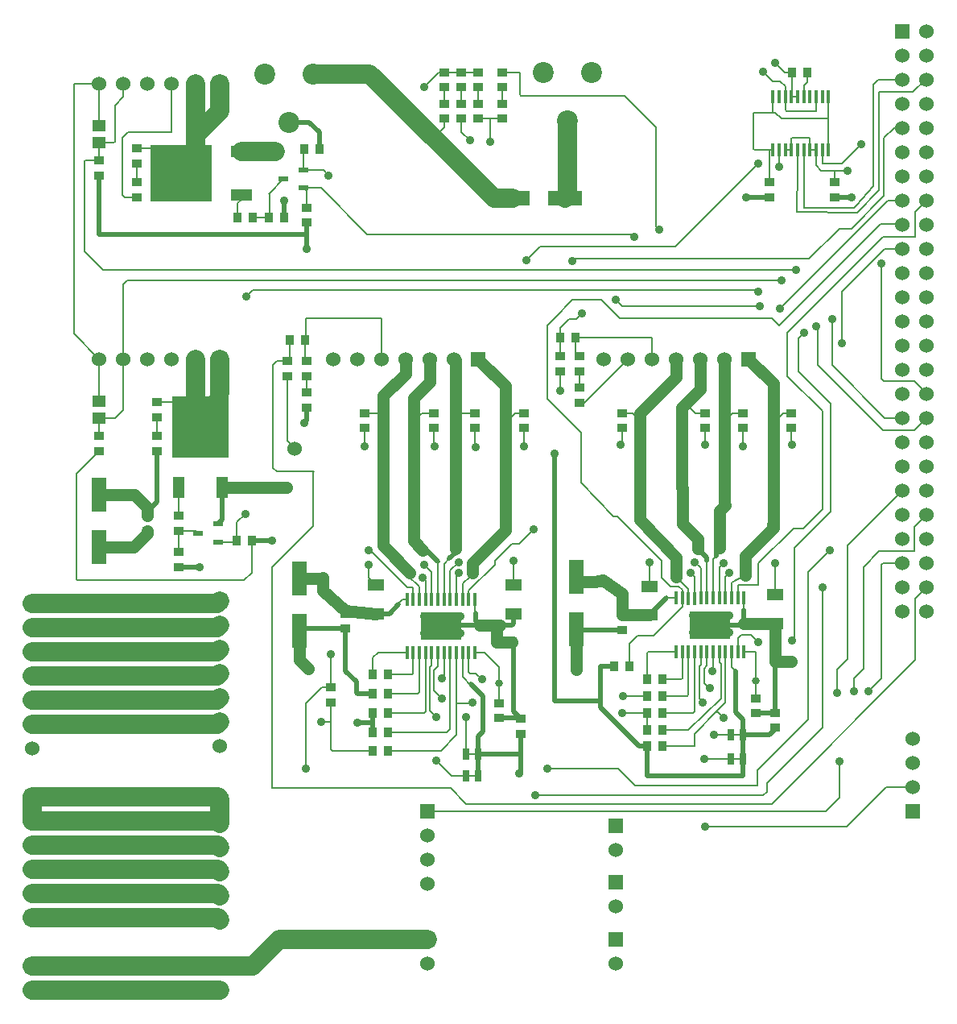
<source format=gtl>
G04 (created by PCBNEW (2013-mar-13)-testing) date Wed 17 Dec 2014 15:15:46 GMT*
%MOIN*%
G04 Gerber Fmt 3.4, Leading zero omitted, Abs format*
%FSLAX34Y34*%
G01*
G70*
G90*
G04 APERTURE LIST*
%ADD10C,0.005906*%
%ADD11R,0.090600X0.051200*%
%ADD12R,0.255900X0.232300*%
%ADD13C,0.031500*%
%ADD14R,0.016500X0.057900*%
%ADD15C,0.060000*%
%ADD16R,0.039400X0.023600*%
%ADD17R,0.025000X0.050000*%
%ADD18R,0.070900X0.045300*%
%ADD19R,0.037400X0.039400*%
%ADD20R,0.039400X0.037400*%
%ADD21R,0.060000X0.060000*%
%ADD22R,0.051200X0.090600*%
%ADD23R,0.232300X0.255900*%
%ADD24R,0.141700X0.063000*%
%ADD25R,0.063000X0.141700*%
%ADD26R,0.057100X0.045300*%
%ADD27C,0.086600*%
%ADD28R,0.170100X0.118100*%
%ADD29C,0.035400*%
%ADD30C,0.035000*%
%ADD31C,0.008000*%
%ADD32C,0.019800*%
%ADD33C,0.078740*%
%ADD34C,0.048800*%
%ADD35C,0.019700*%
G04 APERTURE END LIST*
G54D10*
G54D11*
X41500Y-26400D03*
G54D12*
X39000Y-25500D03*
G54D11*
X41500Y-24600D03*
G54D13*
X52150Y-46600D03*
X62800Y-46500D03*
G54D14*
X64522Y-24552D03*
X64778Y-24552D03*
X65034Y-24552D03*
X65290Y-24552D03*
X63758Y-22350D03*
X63754Y-24552D03*
X64010Y-24552D03*
X64266Y-24552D03*
X65546Y-22348D03*
X65290Y-22348D03*
X65034Y-22348D03*
X64778Y-22348D03*
X64522Y-22348D03*
X64266Y-22348D03*
X65546Y-24552D03*
X64010Y-22350D03*
X63498Y-24552D03*
X65802Y-24552D03*
X65802Y-22348D03*
X63498Y-22348D03*
G54D15*
X43708Y-36904D03*
G54D16*
X40516Y-40775D03*
X39684Y-40400D03*
X40516Y-40025D03*
X44066Y-26125D03*
X43234Y-25750D03*
X44066Y-25375D03*
G54D17*
X50800Y-49550D03*
X51300Y-49550D03*
X62250Y-48750D03*
X61750Y-48750D03*
X62250Y-49750D03*
X61750Y-49750D03*
X50800Y-50450D03*
X51300Y-50450D03*
G54D18*
X52750Y-42559D03*
X52750Y-43741D03*
X47050Y-42559D03*
X47050Y-43741D03*
X63600Y-42959D03*
X63600Y-44141D03*
X58400Y-42609D03*
X58400Y-43791D03*
G54D19*
X54685Y-32300D03*
X55315Y-32300D03*
X47565Y-48650D03*
X46935Y-48650D03*
X43485Y-32400D03*
X44115Y-32400D03*
X64285Y-21350D03*
X64915Y-21350D03*
X41965Y-27350D03*
X41335Y-27350D03*
G54D20*
X35600Y-25615D03*
X35600Y-24985D03*
X35600Y-37015D03*
X35600Y-36385D03*
X37150Y-25885D03*
X37150Y-26515D03*
X38000Y-36385D03*
X38000Y-37015D03*
X38900Y-41815D03*
X38900Y-41185D03*
X44200Y-26935D03*
X44200Y-27565D03*
G54D19*
X41285Y-40700D03*
X41915Y-40700D03*
G54D20*
X38900Y-40315D03*
X38900Y-39685D03*
G54D19*
X58915Y-48550D03*
X58285Y-48550D03*
X58285Y-49200D03*
X58915Y-49200D03*
X56935Y-45900D03*
X57565Y-45900D03*
G54D20*
X45200Y-47415D03*
X45200Y-46785D03*
G54D19*
X46935Y-49400D03*
X47565Y-49400D03*
X43265Y-27350D03*
X42635Y-27350D03*
G54D20*
X44200Y-34585D03*
X44200Y-35215D03*
X55500Y-34385D03*
X55500Y-35015D03*
X63350Y-26515D03*
X63350Y-25885D03*
G54D21*
X40600Y-43200D03*
G54D15*
X40600Y-44200D03*
X40600Y-45200D03*
X40600Y-46200D03*
X40600Y-47200D03*
X40600Y-48200D03*
X40600Y-49200D03*
G54D21*
X32829Y-43313D03*
G54D15*
X32829Y-44313D03*
X32829Y-45313D03*
X32829Y-46313D03*
X32829Y-47313D03*
X32829Y-48313D03*
X32829Y-49313D03*
G54D21*
X62500Y-33200D03*
G54D15*
X61500Y-33200D03*
X60500Y-33200D03*
X59500Y-33200D03*
X58500Y-33200D03*
X57500Y-33200D03*
X56500Y-33200D03*
G54D21*
X51300Y-33200D03*
G54D15*
X50300Y-33200D03*
X49300Y-33200D03*
X48300Y-33200D03*
X47300Y-33200D03*
X46300Y-33200D03*
X45300Y-33200D03*
G54D21*
X40600Y-21800D03*
G54D15*
X39600Y-21800D03*
X38600Y-21800D03*
X37600Y-21800D03*
X36600Y-21800D03*
X35600Y-21800D03*
G54D21*
X69300Y-51900D03*
G54D15*
X69300Y-50900D03*
X69300Y-49900D03*
X69300Y-48900D03*
G54D21*
X49200Y-51900D03*
G54D15*
X49200Y-52900D03*
X49200Y-53900D03*
X49200Y-54900D03*
G54D21*
X32829Y-58313D03*
G54D15*
X32829Y-59313D03*
G54D21*
X57000Y-57200D03*
G54D15*
X57000Y-58200D03*
G54D21*
X57000Y-54850D03*
G54D15*
X57000Y-55850D03*
G54D21*
X57000Y-52500D03*
G54D15*
X57000Y-53500D03*
G54D21*
X68874Y-19639D03*
G54D15*
X69874Y-19639D03*
X68874Y-24639D03*
X69874Y-20639D03*
X68874Y-25639D03*
X69874Y-21639D03*
X68874Y-26639D03*
X69874Y-22639D03*
X68874Y-27639D03*
X69874Y-23639D03*
X68874Y-28639D03*
X69874Y-24639D03*
X68874Y-29639D03*
X69874Y-25639D03*
X68874Y-30639D03*
X69874Y-26639D03*
X68874Y-31639D03*
X69874Y-27639D03*
X68874Y-32639D03*
X69874Y-28639D03*
X68874Y-33639D03*
X69874Y-29639D03*
X68874Y-34639D03*
X69874Y-30639D03*
X69874Y-31639D03*
X68874Y-35639D03*
X69874Y-32639D03*
X69874Y-34639D03*
X69874Y-35639D03*
X69874Y-36639D03*
X69874Y-37639D03*
X68874Y-36639D03*
X68874Y-37639D03*
X68874Y-20639D03*
X68874Y-21639D03*
X68874Y-22639D03*
X68874Y-23639D03*
X68874Y-38639D03*
X69874Y-38639D03*
X69874Y-33639D03*
X68874Y-39639D03*
X69874Y-39639D03*
X68874Y-40639D03*
X69874Y-40639D03*
X68874Y-41639D03*
X69874Y-41639D03*
X68874Y-42639D03*
X69874Y-42639D03*
X68874Y-43639D03*
X69874Y-43639D03*
G54D20*
X38000Y-34985D03*
X38000Y-35600D03*
X37150Y-24485D03*
X37150Y-25100D03*
X44200Y-33285D03*
X44200Y-33900D03*
X55500Y-33085D03*
X55500Y-33700D03*
G54D22*
X38900Y-38500D03*
G54D23*
X39800Y-36000D03*
G54D22*
X40700Y-38500D03*
G54D24*
X52717Y-26550D03*
X54883Y-26550D03*
G54D25*
X43900Y-44433D03*
X43900Y-42267D03*
X55350Y-44383D03*
X55350Y-42217D03*
X35600Y-38817D03*
X35600Y-40983D03*
G54D26*
X35600Y-24254D03*
X35600Y-23546D03*
X35600Y-35654D03*
X35600Y-34946D03*
G54D20*
X45800Y-43735D03*
X45800Y-44365D03*
X57250Y-43785D03*
X57250Y-44415D03*
X52150Y-47435D03*
X52150Y-48065D03*
X62800Y-47235D03*
X62800Y-47865D03*
X54700Y-33085D03*
X54700Y-33715D03*
X43400Y-33285D03*
X43400Y-33915D03*
X66050Y-26515D03*
X66050Y-25885D03*
X53050Y-48715D03*
X53050Y-48085D03*
G54D19*
X58915Y-47850D03*
X58285Y-47850D03*
X58915Y-47150D03*
X58285Y-47150D03*
G54D20*
X63600Y-48465D03*
X63600Y-47835D03*
G54D19*
X47565Y-47050D03*
X46935Y-47050D03*
X47565Y-47850D03*
X46935Y-47850D03*
G54D21*
X32829Y-51313D03*
G54D15*
X32829Y-52313D03*
X32829Y-53313D03*
X32829Y-54313D03*
G54D21*
X32829Y-56313D03*
G54D15*
X32829Y-55313D03*
G54D21*
X40600Y-33200D03*
G54D15*
X39600Y-33200D03*
X38600Y-33200D03*
X37600Y-33200D03*
X36600Y-33200D03*
X35600Y-33200D03*
G54D21*
X40600Y-51400D03*
G54D15*
X40600Y-52400D03*
X40600Y-53400D03*
X40600Y-54400D03*
X40600Y-55400D03*
X40600Y-56400D03*
G54D21*
X40600Y-58300D03*
G54D15*
X40600Y-59300D03*
G54D27*
X43450Y-23400D03*
X44450Y-21400D03*
X42450Y-21400D03*
X55000Y-23350D03*
X56000Y-21350D03*
X54000Y-21350D03*
G54D20*
X57250Y-35435D03*
X57250Y-36065D03*
X60700Y-36065D03*
X60700Y-35435D03*
X62250Y-35435D03*
X62250Y-36065D03*
X64250Y-36065D03*
X64250Y-35435D03*
X46600Y-35435D03*
X46600Y-36065D03*
X49450Y-36065D03*
X49450Y-35435D03*
X51150Y-35435D03*
X51150Y-36065D03*
X53200Y-36065D03*
X53200Y-35435D03*
G54D19*
X46935Y-46250D03*
X47565Y-46250D03*
X58285Y-46450D03*
X58915Y-46450D03*
G54D20*
X37600Y-39685D03*
X37600Y-40315D03*
G54D19*
X44715Y-24500D03*
X44085Y-24500D03*
G54D14*
X49622Y-45352D03*
X49878Y-45352D03*
X50134Y-45352D03*
X50390Y-45352D03*
X48858Y-43150D03*
X48854Y-45352D03*
X49110Y-45352D03*
X49366Y-45352D03*
X50646Y-43148D03*
X50390Y-43148D03*
X50134Y-43148D03*
X49878Y-43148D03*
X49622Y-43148D03*
X49366Y-43148D03*
X50646Y-45352D03*
X49110Y-43150D03*
X48598Y-45352D03*
X50902Y-45352D03*
X50902Y-43148D03*
X48598Y-43148D03*
X48343Y-45352D03*
X51157Y-45352D03*
X51157Y-43148D03*
X48343Y-43148D03*
G54D28*
X49750Y-44250D03*
G54D29*
X49050Y-43850D03*
X49550Y-43850D03*
X50050Y-43850D03*
X50550Y-43850D03*
X49300Y-44200D03*
X49800Y-44200D03*
X50300Y-44200D03*
X49050Y-44550D03*
X49550Y-44550D03*
X50050Y-44550D03*
X50550Y-44550D03*
G54D14*
X60772Y-45302D03*
X61028Y-45302D03*
X61284Y-45302D03*
X61540Y-45302D03*
X60008Y-43100D03*
X60004Y-45302D03*
X60260Y-45302D03*
X60516Y-45302D03*
X61796Y-43098D03*
X61540Y-43098D03*
X61284Y-43098D03*
X61028Y-43098D03*
X60772Y-43098D03*
X60516Y-43098D03*
X61796Y-45302D03*
X60260Y-43100D03*
X59748Y-45302D03*
X62052Y-45302D03*
X62052Y-43098D03*
X59748Y-43098D03*
X59493Y-45302D03*
X62307Y-45302D03*
X62307Y-43098D03*
X59493Y-43098D03*
G54D28*
X60900Y-44200D03*
G54D29*
X60200Y-43800D03*
X60700Y-43800D03*
X61200Y-43800D03*
X61700Y-43800D03*
X60450Y-44150D03*
X60950Y-44150D03*
X61450Y-44150D03*
X60200Y-44500D03*
X60700Y-44500D03*
X61200Y-44500D03*
X61700Y-44500D03*
G54D21*
X49200Y-57200D03*
G54D15*
X49200Y-58200D03*
G54D20*
X49900Y-21335D03*
X49900Y-21950D03*
X50600Y-21335D03*
X50600Y-21950D03*
X51300Y-21335D03*
X51300Y-21950D03*
X52300Y-21335D03*
X52300Y-21950D03*
X49900Y-22635D03*
X49900Y-23265D03*
X50600Y-22635D03*
X50600Y-23265D03*
X51300Y-22635D03*
X51300Y-23265D03*
X52300Y-22635D03*
X52300Y-23265D03*
G54D30*
X51800Y-24200D03*
X53000Y-50350D03*
X44800Y-48200D03*
X49550Y-49800D03*
X49550Y-48000D03*
X50800Y-48000D03*
X49800Y-47250D03*
X42750Y-40700D03*
X61050Y-48750D03*
X60900Y-46800D03*
X60650Y-49750D03*
X60600Y-47400D03*
X66750Y-26500D03*
X62400Y-26500D03*
X63600Y-20950D03*
X44100Y-35850D03*
X44200Y-28650D03*
X54450Y-37100D03*
X50950Y-24150D03*
X39750Y-41800D03*
X43250Y-26650D03*
X65300Y-31850D03*
X63850Y-29950D03*
X66150Y-47000D03*
X66250Y-49850D03*
X65550Y-42650D03*
X53650Y-51250D03*
X65950Y-31550D03*
X64450Y-29500D03*
X55600Y-31300D03*
X55200Y-29150D03*
X57750Y-28150D03*
X67150Y-24300D03*
X63800Y-31100D03*
X62900Y-44900D03*
X64300Y-44850D03*
X64800Y-32100D03*
X53600Y-40250D03*
X62950Y-31000D03*
X57000Y-30750D03*
X54150Y-50150D03*
X65850Y-41100D03*
X44150Y-50150D03*
X46750Y-41100D03*
X45200Y-45400D03*
X41650Y-39600D03*
X41700Y-30600D03*
X62900Y-30400D03*
X62900Y-25100D03*
X53300Y-29100D03*
X63750Y-25250D03*
X60700Y-52550D03*
X51450Y-46450D03*
X66350Y-32550D03*
X66850Y-46950D03*
X67450Y-46950D03*
X49050Y-21950D03*
X55050Y-24850D03*
X62250Y-36800D03*
X60700Y-36750D03*
X64300Y-36750D03*
X57200Y-36750D03*
X51200Y-36850D03*
X49500Y-36800D03*
X46600Y-36800D03*
X53200Y-36800D03*
X46300Y-48250D03*
X52750Y-44850D03*
X44850Y-42250D03*
X36950Y-41000D03*
X43350Y-38500D03*
X64300Y-45750D03*
X66600Y-25400D03*
X63100Y-21300D03*
X42900Y-24600D03*
X57250Y-47850D03*
X56450Y-42350D03*
X45100Y-25600D03*
X54700Y-34500D03*
X58400Y-41600D03*
X60250Y-41600D03*
X63600Y-41650D03*
X61450Y-41650D03*
X50500Y-41600D03*
X52750Y-41550D03*
X46750Y-41700D03*
X49050Y-41700D03*
X51050Y-47400D03*
X49800Y-46400D03*
X61450Y-48050D03*
X61000Y-46100D03*
X68000Y-29250D03*
X58800Y-27850D03*
X50550Y-25150D03*
X57300Y-47150D03*
X50500Y-42050D03*
X49000Y-42250D03*
X44250Y-46000D03*
X55350Y-46050D03*
X37050Y-38800D03*
X61700Y-42050D03*
X60100Y-42050D03*
G54D31*
X51800Y-23265D02*
X51800Y-24200D01*
X51300Y-23265D02*
X51800Y-23265D01*
X51800Y-23265D02*
X52300Y-23265D01*
X61750Y-49750D02*
X62250Y-49750D01*
X61750Y-48750D02*
X62250Y-48750D01*
X50800Y-50450D02*
X51300Y-50450D01*
X50800Y-49550D02*
X51300Y-49550D01*
X64522Y-22348D02*
X64266Y-22348D01*
G54D32*
X62250Y-48750D02*
X62250Y-49750D01*
X53050Y-50300D02*
X53050Y-49500D01*
X53000Y-50350D02*
X53050Y-50300D01*
G54D31*
X45200Y-48200D02*
X44800Y-48200D01*
X45200Y-47415D02*
X45200Y-48200D01*
X45200Y-48200D02*
X45200Y-49350D01*
X45250Y-49400D02*
X46935Y-49400D01*
X45200Y-49350D02*
X45250Y-49400D01*
X49290Y-47500D02*
X49290Y-47740D01*
X49366Y-45884D02*
X49290Y-45959D01*
X49290Y-45959D02*
X49290Y-47500D01*
X49366Y-45352D02*
X49366Y-45884D01*
X50200Y-50450D02*
X50800Y-50450D01*
X49550Y-49800D02*
X50200Y-50450D01*
X49290Y-47740D02*
X49550Y-48000D01*
X49450Y-46050D02*
X49500Y-46050D01*
X49800Y-47250D02*
X49450Y-46900D01*
X49450Y-46900D02*
X49450Y-46050D01*
X50800Y-49550D02*
X50800Y-48000D01*
X49622Y-45928D02*
X49622Y-45352D01*
X49500Y-46050D02*
X49622Y-45928D01*
X50646Y-45352D02*
X50646Y-46346D01*
X51000Y-46700D02*
X51000Y-46650D01*
X50646Y-46346D02*
X51000Y-46700D01*
G54D32*
X51300Y-49550D02*
X51300Y-48800D01*
X51300Y-48800D02*
X51500Y-48600D01*
X51500Y-48600D02*
X51500Y-47150D01*
X51500Y-47150D02*
X51000Y-46650D01*
X51000Y-46650D02*
X51000Y-46650D01*
X51300Y-49550D02*
X51300Y-50450D01*
X53050Y-48715D02*
X53050Y-49500D01*
X53000Y-49550D02*
X51300Y-49550D01*
X53050Y-49500D02*
X53000Y-49550D01*
X42750Y-40700D02*
X41915Y-40700D01*
X61950Y-46100D02*
X61950Y-47800D01*
X61950Y-47800D02*
X62250Y-48100D01*
X62250Y-48100D02*
X62250Y-48750D01*
G54D31*
X61796Y-45946D02*
X61950Y-46100D01*
X61796Y-45302D02*
X61796Y-45946D01*
X61796Y-45946D02*
X61800Y-45950D01*
X60772Y-45302D02*
X60772Y-45878D01*
X61050Y-48750D02*
X61750Y-48750D01*
X60850Y-46800D02*
X60900Y-46800D01*
X60650Y-46600D02*
X60850Y-46800D01*
X60650Y-46000D02*
X60650Y-46600D01*
X60772Y-45878D02*
X60650Y-46000D01*
X60516Y-45302D02*
X60516Y-45834D01*
X60650Y-49750D02*
X61750Y-49750D01*
X60450Y-47250D02*
X60600Y-47400D01*
X60450Y-45900D02*
X60450Y-47250D01*
X60516Y-45834D02*
X60450Y-45900D01*
G54D32*
X66735Y-26515D02*
X66050Y-26515D01*
X66750Y-26500D02*
X66735Y-26515D01*
X63350Y-26515D02*
X62415Y-26515D01*
X62415Y-26515D02*
X62400Y-26500D01*
G54D31*
X64285Y-21350D02*
X64000Y-21350D01*
X64000Y-21350D02*
X63600Y-20950D01*
X64285Y-21350D02*
X64285Y-22329D01*
X64285Y-22329D02*
X64266Y-22348D01*
G54D33*
X32829Y-48313D02*
X40487Y-48313D01*
X40487Y-48313D02*
X40600Y-48200D01*
G54D31*
X41915Y-40700D02*
X41915Y-42035D01*
X41915Y-42035D02*
X41600Y-42350D01*
X41600Y-42350D02*
X34700Y-42350D01*
X34700Y-42350D02*
X34650Y-42300D01*
X34650Y-42300D02*
X34650Y-37965D01*
X34650Y-37965D02*
X35600Y-37015D01*
G54D32*
X44200Y-35215D02*
X44200Y-35750D01*
X44200Y-35750D02*
X44100Y-35850D01*
X44200Y-28000D02*
X44150Y-28000D01*
X44200Y-28650D02*
X44200Y-28000D01*
X56350Y-45900D02*
X56350Y-47350D01*
X54450Y-47350D02*
X54450Y-37100D01*
X56350Y-47350D02*
X54450Y-47350D01*
X44200Y-27565D02*
X44200Y-28100D01*
X44200Y-28100D02*
X44150Y-28050D01*
X44150Y-28050D02*
X35600Y-28050D01*
X35600Y-28050D02*
X35600Y-25615D01*
G54D31*
X35600Y-28050D02*
X35600Y-28050D01*
X55500Y-35015D02*
X55685Y-35015D01*
X55685Y-35015D02*
X57500Y-33200D01*
G54D32*
X58285Y-49200D02*
X57950Y-49200D01*
X57950Y-49200D02*
X56350Y-47600D01*
X56350Y-47600D02*
X56350Y-45900D01*
X56350Y-45900D02*
X56935Y-45900D01*
X62250Y-49750D02*
X62250Y-50450D01*
X62250Y-50450D02*
X58300Y-50450D01*
X58300Y-50450D02*
X58285Y-50435D01*
X58285Y-50435D02*
X58285Y-49200D01*
X62250Y-48750D02*
X63350Y-48750D01*
X63350Y-48750D02*
X63600Y-48500D01*
G54D31*
X50600Y-23265D02*
X50600Y-23800D01*
X50600Y-23800D02*
X50950Y-24150D01*
G54D32*
X39735Y-41815D02*
X39750Y-41800D01*
X38900Y-41815D02*
X39735Y-41815D01*
X43265Y-26665D02*
X43265Y-27350D01*
X43250Y-26650D02*
X43265Y-26665D01*
G54D31*
X36600Y-33200D02*
X36600Y-30100D01*
X69363Y-36150D02*
X69874Y-35639D01*
X68050Y-36150D02*
X69363Y-36150D01*
X65350Y-33450D02*
X68050Y-36150D01*
X65350Y-31900D02*
X65350Y-33450D01*
X65300Y-31850D02*
X65350Y-31900D01*
X36750Y-29950D02*
X63850Y-29950D01*
X36600Y-30100D02*
X36750Y-29950D01*
X35600Y-35654D02*
X35600Y-36385D01*
X36600Y-33200D02*
X36600Y-35300D01*
X36246Y-35654D02*
X35600Y-35654D01*
X36600Y-35300D02*
X36246Y-35654D01*
X49200Y-51900D02*
X50100Y-51900D01*
X66600Y-40913D02*
X68874Y-38639D01*
X66600Y-45600D02*
X66600Y-40913D01*
X66150Y-46050D02*
X66600Y-45600D01*
X66150Y-47000D02*
X66150Y-46050D01*
X66250Y-51350D02*
X66250Y-49850D01*
X65700Y-51900D02*
X66250Y-51350D01*
X50100Y-51900D02*
X65700Y-51900D01*
X56200Y-51250D02*
X53650Y-51250D01*
X65550Y-42650D02*
X65550Y-48450D01*
X65550Y-48450D02*
X63250Y-50750D01*
X63250Y-50750D02*
X63250Y-51100D01*
X63250Y-51100D02*
X63100Y-51250D01*
X63100Y-51250D02*
X56200Y-51250D01*
X35600Y-24985D02*
X35015Y-24985D01*
X68139Y-35639D02*
X68874Y-35639D01*
X65950Y-33450D02*
X68139Y-35639D01*
X65950Y-31550D02*
X65950Y-33450D01*
X35750Y-29500D02*
X64450Y-29500D01*
X35000Y-28750D02*
X35750Y-29500D01*
X35000Y-25000D02*
X35000Y-28750D01*
X35015Y-24985D02*
X35000Y-25000D01*
X36600Y-21800D02*
X36600Y-22350D01*
X36196Y-24254D02*
X35600Y-24254D01*
X36250Y-24200D02*
X36196Y-24254D01*
X36250Y-22700D02*
X36250Y-24200D01*
X36600Y-22350D02*
X36250Y-22700D01*
X35600Y-24985D02*
X35600Y-24254D01*
X66750Y-27800D02*
X66250Y-27800D01*
X68511Y-23639D02*
X68100Y-24050D01*
X68100Y-24050D02*
X68100Y-26450D01*
X68100Y-26450D02*
X66750Y-27800D01*
X68874Y-23639D02*
X68511Y-23639D01*
X54685Y-31915D02*
X54685Y-32300D01*
X55050Y-31550D02*
X54685Y-31915D01*
X55350Y-31550D02*
X55050Y-31550D01*
X55600Y-31300D02*
X55350Y-31550D01*
X55300Y-29050D02*
X55200Y-29150D01*
X65000Y-29050D02*
X55300Y-29050D01*
X66250Y-27800D02*
X65000Y-29050D01*
X54685Y-32300D02*
X54685Y-33070D01*
X54685Y-33070D02*
X54700Y-33085D01*
G54D33*
X32829Y-51313D02*
X32829Y-52313D01*
X40600Y-51400D02*
X40600Y-52400D01*
X32829Y-52313D02*
X40513Y-52313D01*
X40513Y-52313D02*
X40600Y-52400D01*
X32829Y-51313D02*
X40513Y-51313D01*
X40513Y-51313D02*
X40600Y-51400D01*
X32829Y-44313D02*
X40487Y-44313D01*
X40487Y-44313D02*
X40600Y-44200D01*
X32829Y-43313D02*
X40487Y-43313D01*
X40487Y-43313D02*
X40600Y-43200D01*
X32829Y-45313D02*
X40487Y-45313D01*
X40487Y-45313D02*
X40600Y-45200D01*
X32829Y-46313D02*
X40487Y-46313D01*
X40487Y-46313D02*
X40600Y-46200D01*
X32829Y-47313D02*
X40487Y-47313D01*
X40487Y-47313D02*
X40600Y-47200D01*
X32829Y-55313D02*
X40513Y-55313D01*
X40513Y-55313D02*
X40600Y-55400D01*
X40600Y-21800D02*
X40600Y-22950D01*
X40600Y-22950D02*
X39600Y-23950D01*
X39600Y-21800D02*
X39600Y-23950D01*
X39600Y-23950D02*
X39600Y-24900D01*
X39600Y-24900D02*
X39000Y-25500D01*
G54D31*
X37150Y-24485D02*
X37985Y-24485D01*
X37985Y-24485D02*
X39000Y-25500D01*
X65550Y-35350D02*
X65550Y-39400D01*
X68050Y-28150D02*
X64100Y-32100D01*
X64100Y-32100D02*
X64100Y-33900D01*
X64100Y-33900D02*
X65550Y-35350D01*
X62052Y-42552D02*
X62052Y-43098D01*
X62050Y-42550D02*
X62052Y-42552D01*
X62900Y-42550D02*
X62050Y-42550D01*
X62900Y-41650D02*
X62900Y-42550D01*
X64350Y-40200D02*
X62900Y-41650D01*
X64750Y-40200D02*
X64350Y-40200D01*
X65550Y-39400D02*
X64750Y-40200D01*
X68050Y-28150D02*
X68050Y-28150D01*
X68050Y-28150D02*
X69400Y-28150D01*
X69400Y-27113D02*
X69874Y-26639D01*
X69400Y-28050D02*
X69400Y-27113D01*
X69400Y-28150D02*
X69400Y-28050D01*
X56900Y-39700D02*
X57050Y-39700D01*
X63450Y-31500D02*
X63750Y-31800D01*
X63750Y-31800D02*
X67950Y-27600D01*
X67950Y-27600D02*
X68835Y-27600D01*
X68874Y-27639D02*
X68835Y-27600D01*
X54450Y-31500D02*
X55200Y-30750D01*
X56400Y-30750D02*
X57150Y-31500D01*
X55200Y-30750D02*
X56400Y-30750D01*
X54150Y-31800D02*
X54450Y-31500D01*
X55550Y-36250D02*
X54150Y-34850D01*
X55550Y-38300D02*
X55550Y-36250D01*
X56900Y-39700D02*
X55550Y-38300D01*
X54150Y-34850D02*
X54150Y-31800D01*
X57150Y-31500D02*
X63450Y-31500D01*
X57050Y-39700D02*
X57900Y-40550D01*
X59748Y-43098D02*
X59748Y-42748D01*
X58900Y-41550D02*
X57900Y-40550D01*
X57900Y-40550D02*
X57850Y-40500D01*
X58900Y-42250D02*
X58900Y-41550D01*
X59250Y-42600D02*
X58900Y-42250D01*
X59600Y-42600D02*
X59250Y-42600D01*
X59748Y-42748D02*
X59600Y-42600D01*
X57565Y-45100D02*
X57550Y-45100D01*
X57550Y-45100D02*
X57565Y-45100D01*
X59748Y-43098D02*
X59748Y-43452D01*
X57565Y-44985D02*
X57565Y-45100D01*
X57565Y-45100D02*
X57565Y-45900D01*
X57900Y-44650D02*
X57565Y-44985D01*
X58550Y-44650D02*
X57900Y-44650D01*
X59748Y-43452D02*
X58550Y-44650D01*
X62250Y-35435D02*
X61815Y-35435D01*
X61815Y-35435D02*
X61500Y-35750D01*
G54D34*
X61500Y-33200D02*
X61500Y-35750D01*
X61500Y-35750D02*
X61500Y-39285D01*
X61535Y-39250D02*
X61300Y-39485D01*
X61500Y-39285D02*
X61535Y-39250D01*
G54D32*
X61150Y-41350D02*
X61150Y-41150D01*
G54D31*
X61028Y-41472D02*
X61150Y-41350D01*
X61028Y-43098D02*
X61028Y-41472D01*
G54D34*
X61300Y-41000D02*
X61300Y-39485D01*
G54D32*
X61150Y-41150D02*
X61300Y-41000D01*
G54D31*
X64250Y-35435D02*
X63915Y-35435D01*
X63915Y-35435D02*
X63526Y-35824D01*
G54D34*
X63526Y-38511D02*
X63526Y-35824D01*
X63526Y-35824D02*
X63526Y-34226D01*
X63526Y-34226D02*
X62500Y-33200D01*
X63526Y-38526D02*
X63526Y-38511D01*
X63526Y-38511D02*
X63526Y-40189D01*
X63500Y-40050D02*
X63500Y-40215D01*
X63500Y-40163D02*
X63500Y-40050D01*
X63526Y-40189D02*
X63500Y-40163D01*
X62350Y-42150D02*
X62350Y-41365D01*
X62350Y-41365D02*
X63500Y-40215D01*
G54D31*
X61796Y-43098D02*
X61800Y-42450D01*
X61800Y-42450D02*
X62350Y-42150D01*
X60700Y-35435D02*
X60285Y-35435D01*
X60285Y-35435D02*
X59900Y-35050D01*
G54D34*
X59726Y-38024D02*
X59726Y-35224D01*
X59750Y-38535D02*
X59726Y-38511D01*
X60400Y-41050D02*
X60400Y-40650D01*
G54D32*
X60750Y-41400D02*
X60400Y-41050D01*
G54D31*
X60772Y-43098D02*
X60772Y-41572D01*
X60772Y-41572D02*
X60750Y-41550D01*
G54D32*
X60750Y-41550D02*
X60750Y-41400D01*
G54D34*
X60400Y-40650D02*
X59750Y-40000D01*
X59750Y-40000D02*
X59750Y-38535D01*
X59726Y-38024D02*
X59726Y-38511D01*
X60500Y-34450D02*
X60500Y-33200D01*
X59726Y-35224D02*
X59900Y-35050D01*
X59900Y-35050D02*
X60500Y-34450D01*
G54D31*
X57250Y-35435D02*
X57685Y-35435D01*
X57900Y-35800D02*
X58000Y-35800D01*
X57950Y-35750D02*
X57900Y-35800D01*
X58000Y-35750D02*
X57950Y-35750D01*
X57685Y-35435D02*
X58000Y-35750D01*
G54D34*
X58000Y-39850D02*
X58000Y-35800D01*
X58000Y-35800D02*
X58000Y-35450D01*
X59500Y-41400D02*
X58000Y-39850D01*
G54D31*
X60008Y-43100D02*
X60008Y-42708D01*
X60008Y-42708D02*
X59500Y-42200D01*
G54D34*
X59500Y-42200D02*
X59500Y-41400D01*
X59500Y-33950D02*
X59500Y-33200D01*
X58000Y-35450D02*
X59500Y-33950D01*
G54D31*
X57750Y-28150D02*
X57650Y-28050D01*
X57650Y-28050D02*
X46700Y-28050D01*
X46700Y-28050D02*
X44775Y-26125D01*
X44066Y-26125D02*
X44775Y-26125D01*
X44200Y-26935D02*
X44200Y-26259D01*
X44200Y-26259D02*
X44066Y-26125D01*
X65546Y-24552D02*
X65546Y-25096D01*
X66350Y-25100D02*
X67150Y-24300D01*
X65550Y-25100D02*
X66350Y-25100D01*
X65546Y-25096D02*
X65550Y-25100D01*
X62800Y-46500D02*
X62800Y-47235D01*
X62307Y-45302D02*
X62798Y-45302D01*
X62800Y-45304D02*
X62800Y-46500D01*
X62798Y-45302D02*
X62800Y-45304D01*
X65900Y-35200D02*
X65900Y-35050D01*
X68874Y-26639D02*
X68261Y-26639D01*
X68261Y-26639D02*
X63800Y-31100D01*
X64300Y-44850D02*
X64400Y-44750D01*
X64400Y-44750D02*
X64400Y-41000D01*
X64400Y-41000D02*
X65900Y-39500D01*
X65900Y-39500D02*
X65900Y-35200D01*
X62052Y-44748D02*
X62052Y-45302D01*
X62200Y-44600D02*
X62052Y-44748D01*
X62600Y-44600D02*
X62200Y-44600D01*
X62900Y-44900D02*
X62600Y-44600D01*
X64550Y-32350D02*
X64800Y-32100D01*
X64550Y-33700D02*
X64550Y-32350D01*
X65900Y-35050D02*
X64550Y-33700D01*
X55315Y-32300D02*
X58500Y-32300D01*
X58500Y-32300D02*
X58500Y-33200D01*
X55315Y-32300D02*
X55315Y-32900D01*
X55315Y-32900D02*
X55500Y-33085D01*
X38000Y-34985D02*
X38785Y-34985D01*
X38785Y-34985D02*
X39800Y-36000D01*
G54D33*
X39600Y-33200D02*
X39600Y-35800D01*
G54D34*
X39600Y-35800D02*
X39800Y-36000D01*
X39800Y-36000D02*
X39800Y-35400D01*
G54D33*
X40600Y-34600D02*
X40600Y-33200D01*
G54D34*
X39800Y-35400D02*
X40600Y-34600D01*
G54D31*
X53000Y-40850D02*
X53600Y-40250D01*
X50902Y-43148D02*
X50902Y-42798D01*
X52000Y-41550D02*
X52700Y-40850D01*
X52000Y-41700D02*
X52000Y-41550D01*
X50902Y-42798D02*
X52000Y-41700D01*
X52700Y-40850D02*
X53000Y-40850D01*
X57250Y-31000D02*
X62950Y-31000D01*
X57000Y-30750D02*
X57250Y-31000D01*
X62850Y-50850D02*
X57800Y-50850D01*
X57800Y-50850D02*
X57100Y-50150D01*
X57100Y-50150D02*
X54250Y-50150D01*
X54250Y-50150D02*
X54150Y-50250D01*
X54150Y-50250D02*
X54150Y-50150D01*
X64950Y-42000D02*
X65850Y-41100D01*
X62850Y-50850D02*
X62850Y-50200D01*
X62850Y-50200D02*
X64950Y-48100D01*
X64950Y-48100D02*
X64950Y-42000D01*
X54150Y-50150D02*
X54200Y-50100D01*
X45200Y-46785D02*
X44815Y-46785D01*
X44150Y-47450D02*
X44150Y-50150D01*
X44815Y-46785D02*
X44150Y-47450D01*
X45200Y-46785D02*
X45200Y-45400D01*
X46750Y-41100D02*
X46775Y-41075D01*
X46775Y-41075D02*
X46750Y-41100D01*
X46750Y-41100D02*
X46750Y-41050D01*
X48598Y-43148D02*
X48598Y-42698D01*
X48350Y-42650D02*
X46750Y-41050D01*
X46750Y-41050D02*
X46750Y-41050D01*
X48550Y-42650D02*
X48350Y-42650D01*
X48598Y-42698D02*
X48550Y-42650D01*
X51150Y-35435D02*
X50350Y-35435D01*
G54D34*
X50350Y-39200D02*
X50350Y-35435D01*
X50350Y-35435D02*
X50350Y-33250D01*
X50350Y-33250D02*
X50300Y-33200D01*
G54D32*
X50350Y-41050D02*
X50350Y-41200D01*
G54D31*
X49878Y-41672D02*
X50100Y-41450D01*
X49878Y-43148D02*
X49878Y-41672D01*
G54D34*
X50350Y-41050D02*
X50350Y-39200D01*
X50350Y-39200D02*
X50350Y-39150D01*
G54D32*
X50350Y-41200D02*
X50100Y-41450D01*
G54D31*
X53200Y-35435D02*
X52815Y-35435D01*
X52815Y-35435D02*
X52426Y-35824D01*
G54D34*
X52426Y-40274D02*
X52426Y-35824D01*
X52426Y-35824D02*
X52426Y-34326D01*
X51050Y-42050D02*
X51050Y-41650D01*
X52426Y-40274D02*
X51050Y-41650D01*
X52426Y-34326D02*
X51300Y-33200D01*
G54D31*
X50646Y-43148D02*
X50646Y-42496D01*
X50942Y-42200D02*
X51050Y-42200D01*
X50646Y-42496D02*
X50942Y-42200D01*
X49450Y-35435D02*
X48965Y-35435D01*
X48965Y-35435D02*
X48626Y-35774D01*
G54D34*
X48626Y-37924D02*
X48626Y-35774D01*
X48626Y-35774D02*
X48626Y-34824D01*
X48626Y-38561D02*
X48626Y-37924D01*
G54D32*
X49622Y-41572D02*
X49150Y-41100D01*
G54D34*
X48626Y-38561D02*
X48626Y-40726D01*
X48626Y-40726D02*
X49000Y-41100D01*
G54D32*
X49000Y-41100D02*
X49150Y-41100D01*
G54D34*
X49300Y-34150D02*
X49300Y-33200D01*
X48626Y-34824D02*
X49300Y-34150D01*
G54D31*
X49622Y-43148D02*
X49622Y-41572D01*
X49622Y-41572D02*
X49600Y-41550D01*
X46600Y-35435D02*
X47374Y-35435D01*
X47300Y-35500D02*
X47374Y-35500D01*
X47309Y-35500D02*
X47300Y-35500D01*
X47374Y-35435D02*
X47309Y-35500D01*
G54D34*
X47374Y-38561D02*
X47374Y-35500D01*
X47374Y-35500D02*
X47374Y-34726D01*
X48300Y-33800D02*
X48300Y-33200D01*
X47374Y-34726D02*
X48300Y-33800D01*
X47374Y-38561D02*
X47374Y-40924D01*
X47374Y-40924D02*
X48450Y-42050D01*
X47374Y-38561D02*
X47374Y-38676D01*
G54D31*
X48858Y-43150D02*
X48858Y-42608D01*
X48858Y-42608D02*
X48350Y-42150D01*
X62900Y-30350D02*
X62900Y-30400D01*
X41285Y-39965D02*
X41650Y-39600D01*
X41700Y-30600D02*
X41950Y-30350D01*
X41950Y-30350D02*
X62900Y-30350D01*
X41285Y-40700D02*
X41285Y-39965D01*
X40516Y-40775D02*
X41210Y-40775D01*
X41210Y-40775D02*
X41285Y-40700D01*
X53300Y-29100D02*
X53850Y-28550D01*
X53850Y-28550D02*
X59450Y-28550D01*
X59450Y-28550D02*
X62900Y-25100D01*
X63754Y-25246D02*
X63754Y-24552D01*
X63750Y-25250D02*
X63754Y-25246D01*
X52150Y-46600D02*
X52150Y-47435D01*
X51157Y-45352D02*
X51552Y-45352D01*
X52150Y-45950D02*
X52150Y-46600D01*
X51552Y-45352D02*
X52150Y-45950D01*
X69300Y-50900D02*
X68200Y-50900D01*
X66550Y-52550D02*
X60700Y-52550D01*
X68200Y-50900D02*
X66550Y-52550D01*
X50902Y-45352D02*
X50902Y-46152D01*
X50902Y-46152D02*
X50950Y-46200D01*
X50950Y-46200D02*
X51200Y-46200D01*
X51200Y-46200D02*
X51450Y-46450D01*
X68111Y-28639D02*
X66350Y-30400D01*
X66350Y-30400D02*
X66350Y-32550D01*
X68874Y-28639D02*
X68111Y-28639D01*
X43400Y-33285D02*
X42965Y-33285D01*
X69400Y-43113D02*
X69874Y-42639D01*
X69400Y-45650D02*
X69400Y-43113D01*
X63450Y-51600D02*
X69400Y-45650D01*
X50800Y-51600D02*
X63450Y-51600D01*
X50150Y-50950D02*
X50800Y-51600D01*
X43050Y-50950D02*
X50150Y-50950D01*
X42750Y-50950D02*
X43050Y-50950D01*
X42750Y-41800D02*
X42750Y-50950D01*
X44450Y-40100D02*
X42750Y-41800D01*
X44450Y-37900D02*
X44450Y-40100D01*
X44500Y-37850D02*
X44450Y-37900D01*
X42950Y-37850D02*
X44500Y-37850D01*
X42800Y-37700D02*
X42950Y-37850D01*
X42800Y-33450D02*
X42800Y-37700D01*
X42965Y-33285D02*
X42800Y-33450D01*
X43485Y-32400D02*
X43485Y-33200D01*
X43485Y-33200D02*
X43400Y-33285D01*
X44115Y-32400D02*
X44115Y-33200D01*
X44115Y-33200D02*
X44200Y-33285D01*
X44150Y-31500D02*
X44150Y-32365D01*
X47300Y-31550D02*
X47250Y-31500D01*
X47250Y-31500D02*
X44150Y-31500D01*
X47300Y-33200D02*
X47300Y-31550D01*
X44150Y-32365D02*
X44115Y-32400D01*
X69861Y-39639D02*
X69874Y-39639D01*
X66850Y-46950D02*
X66850Y-46400D01*
X66850Y-46400D02*
X67250Y-46000D01*
X67250Y-46000D02*
X67250Y-41800D01*
X67250Y-41800D02*
X67900Y-41150D01*
X67900Y-41150D02*
X69350Y-41150D01*
X69350Y-41150D02*
X69350Y-40150D01*
X69350Y-40150D02*
X69861Y-39639D01*
X68061Y-41639D02*
X68874Y-41639D01*
X68000Y-41700D02*
X68061Y-41639D01*
X68000Y-46400D02*
X68000Y-41700D01*
X67450Y-46950D02*
X68000Y-46400D01*
G54D33*
X49200Y-57200D02*
X43050Y-57200D01*
X41950Y-58300D02*
X40600Y-58300D01*
X43050Y-57200D02*
X41950Y-58300D01*
X32829Y-58313D02*
X40587Y-58313D01*
X40587Y-58313D02*
X40600Y-58300D01*
G54D31*
X49900Y-21335D02*
X49665Y-21335D01*
X49665Y-21335D02*
X49050Y-21950D01*
X50600Y-21335D02*
X51300Y-21335D01*
X49900Y-21335D02*
X50600Y-21335D01*
X55000Y-25500D02*
X55000Y-24900D01*
X55000Y-24900D02*
X55050Y-24850D01*
G54D33*
X55000Y-23350D02*
X55000Y-25500D01*
X55000Y-25500D02*
X55000Y-26433D01*
X55000Y-26433D02*
X54883Y-26550D01*
G54D31*
X62250Y-36065D02*
X62250Y-36800D01*
X60700Y-36750D02*
X60700Y-36065D01*
X64250Y-36700D02*
X64250Y-36065D01*
X64300Y-36750D02*
X64250Y-36700D01*
X57250Y-36065D02*
X57250Y-36700D01*
X57250Y-36700D02*
X57200Y-36750D01*
X51150Y-36800D02*
X51150Y-36065D01*
X51200Y-36850D02*
X51150Y-36800D01*
X49450Y-36065D02*
X49450Y-36750D01*
X49450Y-36750D02*
X49500Y-36800D01*
X46600Y-36800D02*
X46600Y-36065D01*
X53200Y-36065D02*
X53200Y-36800D01*
G54D32*
X46935Y-48250D02*
X46300Y-48250D01*
G54D35*
X46935Y-47850D02*
X46935Y-48250D01*
X46935Y-48250D02*
X46935Y-48650D01*
G54D32*
X52750Y-44850D02*
X52750Y-47785D01*
X52750Y-47785D02*
X53050Y-48085D01*
X52150Y-48065D02*
X53030Y-48065D01*
X53030Y-48065D02*
X53050Y-48085D01*
G54D34*
X52700Y-44900D02*
X52050Y-44900D01*
G54D31*
X52750Y-44850D02*
X52700Y-44900D01*
G54D34*
X52050Y-44900D02*
X52050Y-44350D01*
G54D32*
X52050Y-44350D02*
X52200Y-44200D01*
X51200Y-43700D02*
X51200Y-44050D01*
G54D31*
X51157Y-43657D02*
X51200Y-43700D01*
X51157Y-43148D02*
X51157Y-43657D01*
G54D32*
X51200Y-44050D02*
X51350Y-44200D01*
X49800Y-44200D02*
X51350Y-44200D01*
G54D34*
X51350Y-44200D02*
X52200Y-44200D01*
G54D32*
X52200Y-44200D02*
X52700Y-44200D01*
X52750Y-44150D02*
X52700Y-44200D01*
X52750Y-44150D02*
X52750Y-43741D01*
X49800Y-44200D02*
X49750Y-44250D01*
X47050Y-43741D02*
X47609Y-43741D01*
X47609Y-43741D02*
X48000Y-43350D01*
G54D31*
X48343Y-43148D02*
X48152Y-43148D01*
X48152Y-43148D02*
X48000Y-43300D01*
G54D34*
X44850Y-42250D02*
X44850Y-42785D01*
X45800Y-43600D02*
X47050Y-43741D01*
X44850Y-42785D02*
X45800Y-43600D01*
X43900Y-42267D02*
X44833Y-42267D01*
X44833Y-42267D02*
X44850Y-42250D01*
G54D31*
X36950Y-41000D02*
X36950Y-40983D01*
G54D34*
X40700Y-38500D02*
X43350Y-38500D01*
X64250Y-45700D02*
X63600Y-45700D01*
G54D31*
X64300Y-45750D02*
X64250Y-45700D01*
X66050Y-25400D02*
X66600Y-25400D01*
X65290Y-24552D02*
X65290Y-25190D01*
X66050Y-25400D02*
X66050Y-25885D01*
X65500Y-25400D02*
X66050Y-25400D01*
X65290Y-25190D02*
X65500Y-25400D01*
X64010Y-21910D02*
X64010Y-22350D01*
X63800Y-21700D02*
X64010Y-21910D01*
X63500Y-21700D02*
X63800Y-21700D01*
X63100Y-21300D02*
X63500Y-21700D01*
X65290Y-22348D02*
X65290Y-22940D01*
X65280Y-22950D02*
X64700Y-22950D01*
X64700Y-22950D02*
X64600Y-22950D01*
X64600Y-22950D02*
X64500Y-22950D01*
X65290Y-22940D02*
X65280Y-22950D01*
X64010Y-22890D02*
X64070Y-22950D01*
X64010Y-22350D02*
X64010Y-22890D01*
X64070Y-22950D02*
X64500Y-22950D01*
X64266Y-24552D02*
X64266Y-24084D01*
X64266Y-24084D02*
X64300Y-24050D01*
X64300Y-24050D02*
X64700Y-24050D01*
X65034Y-24084D02*
X65034Y-24552D01*
X64700Y-24050D02*
X65000Y-24050D01*
X65000Y-24050D02*
X65034Y-24084D01*
X65034Y-24552D02*
X65290Y-24552D01*
X64010Y-24552D02*
X64266Y-24552D01*
G54D33*
X41500Y-24600D02*
X42900Y-24600D01*
G54D32*
X40700Y-38500D02*
X40700Y-39841D01*
X40700Y-39841D02*
X40516Y-40025D01*
G54D34*
X37600Y-40315D02*
X37600Y-40400D01*
X37600Y-40400D02*
X37017Y-40983D01*
X37017Y-40983D02*
X36950Y-40983D01*
X36950Y-40983D02*
X35600Y-40983D01*
G54D31*
X43400Y-33915D02*
X43400Y-36596D01*
X43400Y-36596D02*
X43708Y-36904D01*
X58285Y-47850D02*
X57250Y-47850D01*
X59493Y-43098D02*
X59093Y-43098D01*
G54D32*
X59093Y-43098D02*
X58400Y-43791D01*
X63100Y-47835D02*
X63535Y-47835D01*
X62800Y-47850D02*
X62770Y-47880D01*
X63100Y-47835D02*
X62800Y-47850D01*
X63600Y-47770D02*
X63600Y-45700D01*
X63535Y-47835D02*
X63600Y-47770D01*
G54D34*
X63600Y-45700D02*
X63600Y-44141D01*
G54D31*
X58285Y-48550D02*
X58285Y-47850D01*
G54D34*
X57250Y-43785D02*
X58394Y-43785D01*
X58394Y-43785D02*
X58400Y-43791D01*
X57250Y-43785D02*
X57250Y-42900D01*
X57250Y-42900D02*
X56450Y-42350D01*
X56133Y-42417D02*
X55350Y-42417D01*
X56450Y-42350D02*
X56133Y-42417D01*
X63600Y-44141D02*
X62307Y-44141D01*
G54D32*
X62307Y-44141D02*
X62307Y-44193D01*
X62307Y-43593D02*
X62307Y-44193D01*
X62300Y-44200D02*
X60900Y-44200D01*
X62307Y-44193D02*
X62300Y-44200D01*
G54D31*
X62307Y-43098D02*
X62307Y-43593D01*
X62307Y-43593D02*
X62300Y-43600D01*
X44066Y-25375D02*
X44066Y-24519D01*
X44066Y-24519D02*
X44085Y-24500D01*
X44875Y-25375D02*
X44066Y-25375D01*
X45100Y-25600D02*
X44875Y-25375D01*
X54700Y-34500D02*
X54700Y-33715D01*
X55500Y-33700D02*
X55500Y-34385D01*
X59493Y-45302D02*
X58348Y-45302D01*
X58285Y-45365D02*
X58285Y-46450D01*
X58348Y-45302D02*
X58285Y-45365D01*
X58915Y-46450D02*
X59700Y-46450D01*
X59748Y-46402D02*
X59748Y-45302D01*
X59700Y-46450D02*
X59748Y-46402D01*
X47565Y-47050D02*
X48800Y-47050D01*
X48854Y-46996D02*
X48854Y-45352D01*
X48800Y-47050D02*
X48854Y-46996D01*
X60516Y-43098D02*
X60516Y-41866D01*
X58400Y-41600D02*
X58400Y-42609D01*
X60516Y-41866D02*
X60250Y-41600D01*
X61284Y-43098D02*
X61284Y-41816D01*
X63600Y-41650D02*
X63600Y-42959D01*
X61284Y-41816D02*
X61450Y-41650D01*
X58915Y-47150D02*
X59950Y-47150D01*
X60004Y-47096D02*
X60004Y-45302D01*
X59950Y-47150D02*
X60004Y-47096D01*
X61350Y-46300D02*
X61350Y-45800D01*
X60000Y-48550D02*
X61350Y-47250D01*
X61350Y-47250D02*
X61350Y-46300D01*
X58915Y-48550D02*
X60000Y-48550D01*
X61284Y-45734D02*
X61284Y-45302D01*
X61350Y-45800D02*
X61284Y-45734D01*
X58915Y-47850D02*
X60200Y-47850D01*
X60260Y-47790D02*
X60260Y-45302D01*
X60200Y-47850D02*
X60260Y-47790D01*
X52750Y-42559D02*
X52750Y-41550D01*
X50134Y-41966D02*
X50500Y-41600D01*
X50134Y-41966D02*
X50134Y-43148D01*
X47565Y-48650D02*
X50000Y-48650D01*
X50134Y-48516D02*
X50134Y-45352D01*
X50000Y-48650D02*
X50134Y-48516D01*
X44200Y-33900D02*
X44200Y-34585D01*
X47565Y-47850D02*
X49050Y-47850D01*
X49110Y-47790D02*
X49110Y-45352D01*
X49050Y-47850D02*
X49110Y-47790D01*
X46750Y-41700D02*
X46750Y-42259D01*
X49366Y-43148D02*
X49366Y-42016D01*
X49366Y-42016D02*
X49050Y-41700D01*
X46750Y-42259D02*
X47050Y-42559D01*
X49878Y-45352D02*
X49878Y-46322D01*
X51000Y-47450D02*
X50390Y-47450D01*
X51050Y-47400D02*
X51000Y-47450D01*
X49878Y-46322D02*
X49800Y-46400D01*
X47565Y-49400D02*
X49750Y-49400D01*
X50390Y-48760D02*
X50390Y-47450D01*
X50390Y-47450D02*
X50390Y-45352D01*
X49750Y-49400D02*
X50390Y-48760D01*
X61028Y-45302D02*
X61028Y-46072D01*
X61200Y-47800D02*
X61200Y-47750D01*
X61175Y-47775D02*
X61200Y-47800D01*
X61450Y-48050D02*
X61175Y-47775D01*
X61028Y-46072D02*
X61000Y-46100D01*
X58900Y-49200D02*
X60250Y-49200D01*
X61540Y-47410D02*
X61540Y-45302D01*
X60250Y-48700D02*
X61200Y-47750D01*
X61200Y-47750D02*
X61540Y-47410D01*
X60250Y-49200D02*
X60250Y-48700D01*
X60250Y-49200D02*
X60250Y-49200D01*
X64915Y-21350D02*
X64915Y-21735D01*
X64778Y-21872D02*
X64778Y-22348D01*
X64915Y-21735D02*
X64778Y-21872D01*
X42642Y-26342D02*
X42642Y-27343D01*
X42642Y-27343D02*
X42635Y-27350D01*
X41965Y-27350D02*
X42635Y-27350D01*
X42635Y-26349D02*
X42642Y-26342D01*
X42642Y-26342D02*
X43234Y-25750D01*
X38000Y-35600D02*
X38000Y-36385D01*
X41500Y-26400D02*
X41500Y-26600D01*
X41335Y-26765D02*
X41335Y-27350D01*
X41500Y-26600D02*
X41335Y-26765D01*
X38900Y-38500D02*
X38900Y-39685D01*
X38900Y-40315D02*
X39599Y-40315D01*
X39599Y-40315D02*
X39684Y-40400D01*
X38900Y-40315D02*
X38900Y-41185D01*
X37150Y-25100D02*
X37150Y-25885D01*
X50600Y-21950D02*
X50600Y-22635D01*
X49900Y-21950D02*
X49900Y-22635D01*
X52300Y-21950D02*
X52300Y-22635D01*
X51300Y-21950D02*
X51300Y-22635D01*
X63352Y-24552D02*
X62752Y-24552D01*
X62700Y-23000D02*
X63450Y-23000D01*
X62700Y-24500D02*
X62700Y-23000D01*
X62752Y-24552D02*
X62700Y-24500D01*
X63498Y-24552D02*
X63352Y-24552D01*
X63350Y-24554D02*
X63350Y-25885D01*
X63352Y-24552D02*
X63350Y-24554D01*
X63500Y-23000D02*
X63600Y-23000D01*
X63850Y-23250D02*
X65802Y-23250D01*
X63600Y-23000D02*
X63850Y-23250D01*
X63498Y-22348D02*
X63498Y-22998D01*
X63498Y-22998D02*
X63500Y-23000D01*
X65802Y-23500D02*
X65800Y-23500D01*
X65800Y-23500D02*
X65802Y-23500D01*
X65802Y-24552D02*
X65802Y-23500D01*
X65802Y-23500D02*
X65802Y-23250D01*
X65802Y-23250D02*
X65802Y-22348D01*
X47565Y-46250D02*
X48550Y-46250D01*
X48598Y-46202D02*
X48598Y-45352D01*
X48550Y-46250D02*
X48598Y-46202D01*
X46935Y-46250D02*
X46935Y-45565D01*
X47148Y-45352D02*
X48343Y-45352D01*
X46935Y-45565D02*
X47148Y-45352D01*
X69874Y-34624D02*
X69350Y-34100D01*
X69350Y-34100D02*
X68100Y-34100D01*
X68100Y-34100D02*
X68000Y-34000D01*
X68000Y-34000D02*
X68000Y-29250D01*
X69874Y-34639D02*
X69874Y-34624D01*
X53035Y-22265D02*
X53050Y-22300D01*
X53050Y-22300D02*
X57350Y-22300D01*
X57350Y-22300D02*
X57950Y-22900D01*
X53035Y-21335D02*
X52300Y-21335D01*
X53035Y-21335D02*
X53035Y-22265D01*
X58650Y-23600D02*
X57950Y-22900D01*
X58650Y-27700D02*
X58650Y-23600D01*
X58800Y-27850D02*
X58650Y-27700D01*
X67000Y-27150D02*
X67006Y-27150D01*
X67900Y-26200D02*
X67899Y-26200D01*
X67006Y-27150D02*
X67900Y-26200D01*
X67900Y-22150D02*
X67899Y-26200D01*
X69874Y-21639D02*
X69811Y-21639D01*
X69300Y-22150D02*
X67900Y-22150D01*
X69811Y-21639D02*
X69300Y-22150D01*
X64500Y-27100D02*
X64522Y-25413D01*
X64528Y-27128D02*
X64500Y-27100D01*
X67000Y-27150D02*
X64528Y-27128D01*
X64522Y-24552D02*
X64522Y-25413D01*
X66850Y-26950D02*
X66950Y-26850D01*
X64800Y-25350D02*
X64800Y-25950D01*
X64778Y-25313D02*
X64800Y-25350D01*
X64778Y-24552D02*
X64778Y-25313D01*
X66850Y-26950D02*
X66650Y-26950D01*
X66650Y-26950D02*
X64800Y-26950D01*
X64800Y-26950D02*
X64800Y-26435D01*
X64800Y-26435D02*
X64800Y-25950D01*
X67650Y-21850D02*
X67650Y-26050D01*
X67861Y-21639D02*
X67650Y-21850D01*
X68874Y-21639D02*
X67861Y-21639D01*
X66950Y-26850D02*
X67650Y-26050D01*
G54D33*
X32829Y-56313D02*
X40513Y-56313D01*
X40513Y-56313D02*
X40600Y-56400D01*
G54D31*
X35600Y-21800D02*
X34550Y-21800D01*
X34550Y-21800D02*
X34550Y-21850D01*
X34550Y-21850D02*
X34550Y-32150D01*
X34550Y-32150D02*
X35600Y-33200D01*
X35600Y-33200D02*
X35600Y-34946D01*
X35600Y-23546D02*
X35600Y-21800D01*
X49900Y-23265D02*
X49900Y-23600D01*
X49900Y-23600D02*
X49450Y-24050D01*
X50725Y-25325D02*
X50550Y-25150D01*
G54D33*
X52717Y-26550D02*
X51950Y-26550D01*
X46800Y-21400D02*
X44450Y-21400D01*
X51950Y-26550D02*
X50725Y-25325D01*
X50725Y-25325D02*
X49450Y-24050D01*
X49450Y-24050D02*
X46800Y-21400D01*
X32829Y-59313D02*
X40587Y-59313D01*
X40587Y-59313D02*
X40600Y-59300D01*
G54D31*
X58285Y-47150D02*
X57300Y-47150D01*
G54D32*
X43450Y-23400D02*
X44300Y-23400D01*
X44715Y-23815D02*
X44715Y-24500D01*
X44300Y-23400D02*
X44715Y-23815D01*
X45800Y-44365D02*
X45800Y-46100D01*
X46300Y-47050D02*
X46935Y-47050D01*
X46250Y-47000D02*
X46300Y-47050D01*
X46250Y-46550D02*
X46250Y-47000D01*
X45800Y-46100D02*
X46250Y-46550D01*
G54D31*
X50390Y-42160D02*
X50500Y-42050D01*
X50390Y-43148D02*
X50390Y-42160D01*
X49110Y-42360D02*
X49110Y-43150D01*
X49000Y-42250D02*
X49110Y-42360D01*
G54D32*
X45800Y-44365D02*
X43968Y-44365D01*
X43968Y-44365D02*
X43900Y-44433D01*
G54D34*
X43900Y-45650D02*
X43900Y-44433D01*
X44250Y-46000D02*
X43900Y-45650D01*
X55350Y-46050D02*
X55350Y-44383D01*
G54D33*
X32829Y-54313D02*
X40513Y-54313D01*
X40513Y-54313D02*
X40600Y-54400D01*
X32829Y-53313D02*
X40513Y-53313D01*
X40513Y-53313D02*
X40600Y-53400D01*
G54D31*
X37150Y-26515D02*
X36665Y-26515D01*
X38600Y-23750D02*
X38600Y-21800D01*
X38600Y-23800D02*
X38600Y-23750D01*
X36800Y-23800D02*
X38600Y-23800D01*
X36550Y-24050D02*
X36800Y-23800D01*
X36550Y-26400D02*
X36550Y-24050D01*
X36665Y-26515D02*
X36550Y-26400D01*
G54D32*
X38000Y-37015D02*
X38000Y-39100D01*
X37600Y-39500D02*
X37600Y-39685D01*
X38000Y-39100D02*
X37600Y-39500D01*
G54D34*
X37600Y-39685D02*
X37600Y-39350D01*
X37600Y-39350D02*
X37050Y-38800D01*
X37050Y-38800D02*
X37033Y-38817D01*
X37033Y-38817D02*
X35600Y-38817D01*
G54D31*
X61540Y-43098D02*
X61540Y-42210D01*
X61540Y-42210D02*
X61700Y-42050D01*
X60260Y-43100D02*
X60260Y-42210D01*
X60260Y-42210D02*
X60100Y-42050D01*
G54D32*
X57250Y-44415D02*
X55518Y-44415D01*
X55518Y-44415D02*
X55350Y-44583D01*
M02*

</source>
